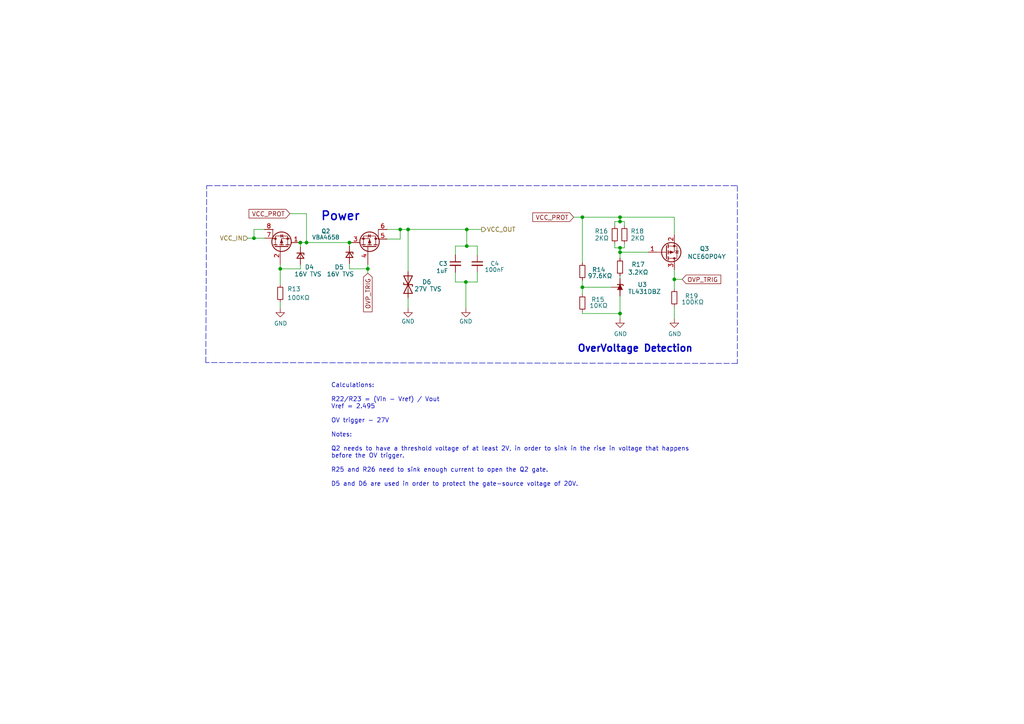
<source format=kicad_sch>
(kicad_sch (version 20211123) (generator eeschema)
  (paper "A4")
  (lib_symbols
    (symbol "Device:C_Small" (pin_numbers hide) (pin_names (offset 0.254) hide)
      (property "Reference" "C" (at 0.254 1.778 0))
      (property "Value" "C_Small" (at 0.254 -2.032 0))
      (symbol "C_Small_0_1"
        (polyline (pts (xy -1.524 -0.508) (xy 1.524 -0.508)) (stroke (width 0.3302)))
        (polyline (pts (xy -1.524 0.508) (xy 1.524 0.508)) (stroke (width 0.3048)))
      )
      (symbol "C_Small_1_1"
        (pin passive line (at 0 2.54 270) (length 2.032) (name "~") (number "1"))
        (pin passive line (at 0 -2.54 90) (length 2.032) (name "~") (number "2"))
      )
    )
    (symbol "Device:D_TVS" (pin_numbers hide) (pin_names (offset 1.016) hide)
      (property "Reference" "D" (at 0 2.54 0))
      (property "Value" "D_TVS" (at 0 -2.54 0))
      (symbol "D_TVS_0_1"
        (polyline (pts (xy 1.27 0) (xy -1.27 0)))
        (polyline (pts (xy 0.508 1.27) (xy 0 1.27) (xy 0 -1.27) (xy -0.508 -1.27)) (stroke (width 0.254)))
        (polyline (pts (xy -2.54 1.27) (xy -2.54 -1.27) (xy 2.54 1.27) (xy 2.54 -1.27) (xy -2.54 1.27)) (stroke (width 0.254)))
      )
      (symbol "D_TVS_1_1"
        (pin passive line (at -3.81 0 0) (length 2.54) (name "A1") (number "1"))
        (pin passive line (at 3.81 0 180) (length 2.54) (name "A2") (number "2"))
      )
    )
    (symbol "Device:D_Zener_Small" (pin_numbers hide) (pin_names (offset 0.254) hide)
      (property "Reference" "D" (at 0 2.286 0))
      (property "Value" "D_Zener_Small" (at 0 -2.286 0))
      (symbol "D_Zener_Small_0_1"
        (polyline (pts (xy 0.762 0) (xy -0.762 0)))
        (polyline (pts (xy -0.254 1.016) (xy -0.762 1.016) (xy -0.762 -1.016)) (stroke (width 0.254)))
        (polyline (pts (xy 0.762 1.016) (xy -0.762 0) (xy 0.762 -1.016) (xy 0.762 1.016)) (stroke (width 0.254)))
      )
      (symbol "D_Zener_Small_1_1"
        (pin passive line (at -2.54 0 0) (length 1.778) (name "K") (number "1"))
        (pin passive line (at 2.54 0 180) (length 1.778) (name "A") (number "2"))
      )
    )
    (symbol "Device:Q_PMOS_GSD" (pin_names (offset 0) hide)
      (property "Reference" "Q" (at 5.08 1.27 0))
      (property "Value" "Q_PMOS_GSD" (at 5.08 -1.27 0))
      (symbol "Q_PMOS_GSD_0_1"
        (polyline (pts (xy 0.254 0) (xy -2.54 0)))
        (polyline (pts (xy 0.254 1.905) (xy 0.254 -1.905)) (stroke (width 0.254)))
        (polyline (pts (xy 0.762 -1.27) (xy 0.762 -2.286)) (stroke (width 0.254)))
        (polyline (pts (xy 0.762 0.508) (xy 0.762 -0.508)) (stroke (width 0.254)))
        (polyline (pts (xy 0.762 2.286) (xy 0.762 1.27)) (stroke (width 0.254)))
        (polyline (pts (xy 2.54 2.54) (xy 2.54 1.778)))
        (polyline (pts (xy 2.54 -2.54) (xy 2.54 0) (xy 0.762 0)))
        (polyline (pts (xy 0.762 1.778) (xy 3.302 1.778) (xy 3.302 -1.778) (xy 0.762 -1.778)))
        (polyline (pts (xy 2.286 0) (xy 1.27 0.381) (xy 1.27 -0.381) (xy 2.286 0)) (fill (type outline)))
        (polyline (pts (xy 2.794 -0.508) (xy 2.921 -0.381) (xy 3.683 -0.381) (xy 3.81 -0.254)))
        (polyline (pts (xy 3.302 -0.381) (xy 2.921 0.254) (xy 3.683 0.254) (xy 3.302 -0.381)))
        (circle (center 1.651 0) (radius 2.794) (stroke (width 0.254)))
        (circle (center 2.54 -1.778) (radius 0.254) (fill (type outline)))
        (circle (center 2.54 1.778) (radius 0.254) (fill (type outline)))
      )
      (symbol "Q_PMOS_GSD_1_1"
        (pin input line (at -5.08 0 0) (length 2.54) (name "G") (number "1"))
        (pin passive line (at 2.54 -5.08 90) (length 2.54) (name "S") (number "2"))
        (pin passive line (at 2.54 5.08 270) (length 2.54) (name "D") (number "3"))
      )
    )
    (symbol "Device:R_Small" (pin_numbers hide) (pin_names (offset 0.254) hide)
      (property "Reference" "R" (at 0.762 0.508 0))
      (property "Value" "R_Small" (at 0.762 -1.016 0))
      (symbol "R_Small_0_1"
        (rectangle (start -0.762 1.778) (end 0.762 -1.778) (stroke (width 0.2032)))
      )
      (symbol "R_Small_1_1"
        (pin passive line (at 0 2.54 270) (length 0.762) (name "~") (number "1"))
        (pin passive line (at 0 -2.54 90) (length 0.762) (name "~") (number "2"))
      )
    )
    (symbol "Reference_Voltage:TL431DBZ" (pin_numbers hide) (pin_names hide)
      (property "Reference" "U" (at -2.54 2.54 0))
      (property "Value" "TL431DBZ" (at 0 -2.54 0))
      (symbol "TL431DBZ_0_1"
        (polyline (pts (xy -1.27 0) (xy 0 0) (xy 1.27 0)))
        (polyline (pts (xy -0.762 0.762) (xy 0.762 0) (xy -0.762 -0.762)) (fill (type outline)))
        (polyline (pts (xy 0.508 -1.016) (xy 0.762 -0.762) (xy 0.762 0.762) (xy 0.762 0.762)) (stroke (width 0.254)))
      )
      (symbol "TL431DBZ_1_1"
        (pin passive line (at 2.54 0 180) (length 2.54) (name "K") (number "1"))
        (pin passive line (at 0 2.54 270) (length 2.54) (name "REF") (number "2"))
        (pin passive line (at -2.54 0 0) (length 2.54) (name "A") (number "3"))
      )
    )
    (symbol "muVoxSyms:VBA4311" (pin_names (offset 0) hide)
      (property "Reference" "Q1" (at 13.081 5.461 0))
      (property "Value" "VBA4658" (at 13.208 3.302 0))
      (symbol "VBA4311_0_1"
        (circle (center -1.397 1.143) (radius 0.2794) (fill (type outline)))
        (polyline (pts (xy -2.159 1.143) (xy -1.397 1.143)))
        (polyline (pts (xy -2.159 3.683) (xy -2.159 1.143)))
        (polyline (pts (xy -1.905 -0.635) (xy -0.889 -0.635)) (stroke (width 0.254)))
        (polyline (pts (xy -1.397 -0.635) (xy -1.397 1.143)))
        (polyline (pts (xy -0.127 -0.635) (xy 0.889 -0.635)) (stroke (width 0.254)))
        (polyline (pts (xy 0.381 -0.635) (xy 0.381 1.143)))
        (polyline (pts (xy 1.651 -0.635) (xy 2.667 -0.635)) (stroke (width 0.254)))
        (polyline (pts (xy 2.159 -0.635) (xy 2.159 1.143)))
        (polyline (pts (xy 2.159 1.143) (xy 0.381 1.143)))
        (polyline (pts (xy 2.159 1.143) (xy 2.921 1.143)))
        (polyline (pts (xy -1.524 -1.143) (xy 2.286 -1.143) (xy 2.286 -1.143)) (stroke (width 0.254)))
        (polyline (pts (xy 0.381 0.889) (xy 0.762 -0.127) (xy 0 -0.127) (xy 0.381 0.889)) (fill (type outline)))
        (polyline (pts (xy 0.762 1.905) (xy 0.127 1.524) (xy 0.127 2.286) (xy 0.762 1.905)))
        (polyline (pts (xy 0.889 1.397) (xy 0.762 1.524) (xy 0.762 2.286) (xy 0.635 2.413)))
        (polyline (pts (xy 2.159 1.143) (xy 2.159 1.905) (xy -1.397 1.905) (xy -1.397 1.143)))
        (circle (center 0.381 0.254) (radius 2.8194) (stroke (width 0.254)))
        (circle (center 2.159 1.143) (radius 0.2794) (fill (type outline)))
      )
      (symbol "VBA4311_1_1"
        (polyline (pts (xy 24.13 -0.635) (xy 24.13 1.143)))
        (polyline (pts (xy 24.13 1.143) (xy 23.368 1.143)))
        (polyline (pts (xy 24.13 1.143) (xy 25.908 1.143)))
        (polyline (pts (xy 24.638 -0.635) (xy 23.622 -0.635)) (stroke (width 0.254)))
        (polyline (pts (xy 25.908 -0.635) (xy 25.908 1.143)))
        (polyline (pts (xy 26.416 -0.635) (xy 25.4 -0.635)) (stroke (width 0.254)))
        (polyline (pts (xy 27.686 -0.635) (xy 27.686 1.143)))
        (polyline (pts (xy 28.194 -0.635) (xy 27.178 -0.635)) (stroke (width 0.254)))
        (polyline (pts (xy 28.448 1.143) (xy 27.686 1.143)))
        (polyline (pts (xy 28.448 3.683) (xy 28.448 1.143)))
        (polyline (pts (xy 27.813 -1.143) (xy 24.003 -1.143) (xy 24.003 -1.143)) (stroke (width 0.254)))
        (polyline (pts (xy 24.13 1.143) (xy 24.13 1.905) (xy 27.686 1.905) (xy 27.686 1.143)))
        (polyline (pts (xy 25.4 1.397) (xy 25.527 1.524) (xy 25.527 2.286) (xy 25.654 2.413)))
        (polyline (pts (xy 25.527 1.905) (xy 26.162 1.524) (xy 26.162 2.286) (xy 25.527 1.905)))
        (polyline (pts (xy 25.908 0.889) (xy 25.527 -0.127) (xy 26.289 -0.127) (xy 25.908 0.889)) (fill (type outline)))
        (circle (center 24.13 1.143) (radius 0.2794) (fill (type outline)))
        (circle (center 25.908 0.254) (radius 2.8194) (stroke (width 0.254)))
        (circle (center 27.686 1.143) (radius 0.2794) (fill (type outline)))
        (pin passive line (at 5.842 0 180) (length 2.54) (name "S") (number "1"))
        (pin input line (at 0 -6.35 90) (length 5.08) (name "G") (number "2"))
        (pin passive line (at 20.574 0 0) (length 2.54) (name "S") (number "3"))
        (pin input line (at 25.4 -6.35 90) (length 5.08) (name "G") (number "4"))
        (pin passive line (at 30.988 1.016 180) (length 2.54) (name "D") (number "5"))
        (pin passive line (at 30.988 3.81 180) (length 2.54) (name "D") (number "6"))
        (pin passive line (at -4.572 1.27 0) (length 2.54) (name "D") (number "7"))
        (pin passive line (at -4.572 3.81 0) (length 2.54) (name "D") (number "8"))
      )
    )
    (symbol "power:GND" (power) (pin_names (offset 0))
      (property "Value" "GND" (at 0 -3.81 0))
      (symbol "GND_0_1"
        (polyline (pts (xy 0 0) (xy 0 -1.27) (xy 1.27 -1.27) (xy 0 -2.54) (xy -1.27 -1.27) (xy 0 -1.27)))
      )
      (symbol "GND_1_1"
        (pin power_in line (at 0 0 270) (length 0) hide (name "GND") (number "1"))
      )
    )
  )
  (junction (at 87.122 70.358))
  (junction (at 118.364 66.548))
  (junction (at 106.68 77.978))
  (junction (at 101.346 70.358))
  (junction (at 116.078 66.548))
  (junction (at 135.382 71.374))
  (junction (at 179.832 71.882))
  (junction (at 135.382 66.548))
  (junction (at 179.832 62.992))
  (junction (at 179.832 73.152))
  (junction (at 168.91 83.312))
  (junction (at 179.832 64.262))
  (junction (at 195.58 81.026))
  (junction (at 135.128 81.788))
  (junction (at 168.91 62.992))
  (junction (at 179.832 90.932))
  (junction (at 88.9 70.358))
  (junction (at 73.66 69.088))
  (junction (at 81.28 77.978))
  (wire (pts (xy 132.08 78.994) (xy 132.08 81.788)))
  (wire (pts (xy 179.832 73.152) (xy 187.96 73.152)))
  (polyline (pts (xy 213.868 53.848) (xy 213.868 105.41)))
  (wire (pts (xy 178.308 70.612) (xy 178.308 71.882)))
  (wire (pts (xy 178.308 64.262) (xy 178.308 65.532)))
  (wire (pts (xy 168.91 83.312) (xy 168.91 81.28)))
  (wire (pts (xy 179.832 73.152) (xy 179.832 74.93)))
  (wire (pts (xy 178.308 71.882) (xy 179.832 71.882)))
  (wire (pts (xy 87.122 70.358) (xy 87.122 71.628)))
  (wire (pts (xy 132.08 71.374) (xy 132.08 73.914)))
  (wire (pts (xy 101.346 77.978) (xy 101.346 76.454)))
  (wire (pts (xy 101.346 70.358) (xy 101.854 70.358)))
  (wire (pts (xy 179.832 64.262) (xy 181.102 64.262)))
  (wire (pts (xy 195.58 83.82) (xy 195.58 81.026)))
  (wire (pts (xy 166.37 62.992) (xy 168.91 62.992)))
  (wire (pts (xy 73.66 69.088) (xy 76.708 69.088)))
  (wire (pts (xy 132.08 71.374) (xy 135.382 71.374)))
  (wire (pts (xy 178.308 64.262) (xy 179.832 64.262)))
  (polyline (pts (xy 59.69 105.156) (xy 59.944 53.848)))
  (wire (pts (xy 138.43 81.788) (xy 135.128 81.788)))
  (wire (pts (xy 168.91 62.992) (xy 168.91 76.2)))
  (wire (pts (xy 106.68 77.978) (xy 106.68 79.248)))
  (wire (pts (xy 168.91 90.932) (xy 179.832 90.932)))
  (wire (pts (xy 179.832 62.992) (xy 179.832 64.262)))
  (wire (pts (xy 195.58 81.026) (xy 197.866 81.026)))
  (wire (pts (xy 179.832 71.882) (xy 181.102 71.882)))
  (wire (pts (xy 106.68 76.708) (xy 106.68 77.978)))
  (wire (pts (xy 87.122 77.978) (xy 87.122 76.708)))
  (wire (pts (xy 195.58 62.992) (xy 195.58 68.072)))
  (wire (pts (xy 81.28 76.708) (xy 81.28 77.978)))
  (wire (pts (xy 135.382 66.548) (xy 135.382 71.374)))
  (wire (pts (xy 101.346 71.374) (xy 101.346 70.358)))
  (wire (pts (xy 132.08 81.788) (xy 135.128 81.788)))
  (wire (pts (xy 112.268 66.548) (xy 116.078 66.548)))
  (wire (pts (xy 73.66 66.548) (xy 73.66 69.088)))
  (wire (pts (xy 118.364 66.548) (xy 116.078 66.548)))
  (wire (pts (xy 88.9 70.358) (xy 101.346 70.358)))
  (wire (pts (xy 177.292 83.312) (xy 168.91 83.312)))
  (polyline (pts (xy 122.809 53.848) (xy 213.868 53.848)))
  (wire (pts (xy 71.882 69.088) (xy 73.66 69.088)))
  (wire (pts (xy 135.382 66.548) (xy 139.7 66.548)))
  (wire (pts (xy 181.102 71.882) (xy 181.102 70.612)))
  (wire (pts (xy 116.078 69.342) (xy 112.268 69.342)))
  (wire (pts (xy 81.28 87.63) (xy 81.28 89.408)))
  (wire (pts (xy 84.074 61.976) (xy 88.9 61.976)))
  (wire (pts (xy 179.832 71.882) (xy 179.832 73.152)))
  (wire (pts (xy 181.102 64.262) (xy 181.102 65.532)))
  (wire (pts (xy 87.122 70.358) (xy 88.9 70.358)))
  (wire (pts (xy 138.43 71.374) (xy 138.43 73.914)))
  (wire (pts (xy 106.68 77.978) (xy 101.346 77.978)))
  (wire (pts (xy 195.58 88.9) (xy 195.58 92.456)))
  (wire (pts (xy 88.9 61.976) (xy 88.9 70.358)))
  (wire (pts (xy 168.91 83.312) (xy 168.91 85.344)))
  (wire (pts (xy 179.832 85.852) (xy 179.832 90.932)))
  (polyline (pts (xy 59.944 53.848) (xy 122.682 53.848)))
  (wire (pts (xy 135.128 81.788) (xy 135.128 89.408)))
  (wire (pts (xy 179.832 80.01) (xy 179.832 80.772)))
  (polyline (pts (xy 213.868 105.41) (xy 59.69 105.156)))
  (wire (pts (xy 118.364 89.408) (xy 118.364 86.36)))
  (wire (pts (xy 118.364 78.74) (xy 118.364 66.548)))
  (wire (pts (xy 168.91 62.992) (xy 179.832 62.992)))
  (wire (pts (xy 81.28 77.978) (xy 81.28 82.55)))
  (wire (pts (xy 116.078 66.548) (xy 116.078 69.342)))
  (wire (pts (xy 179.832 90.932) (xy 179.832 92.456)))
  (wire (pts (xy 81.28 77.978) (xy 87.122 77.978)))
  (wire (pts (xy 135.382 71.374) (xy 138.43 71.374)))
  (wire (pts (xy 168.91 90.424) (xy 168.91 90.932)))
  (wire (pts (xy 76.708 66.548) (xy 73.66 66.548)))
  (wire (pts (xy 195.58 81.026) (xy 195.58 78.232)))
  (wire (pts (xy 195.58 62.992) (xy 179.832 62.992)))
  (wire (pts (xy 138.43 78.994) (xy 138.43 81.788)))
  (wire (pts (xy 118.364 66.548) (xy 135.382 66.548)))
  (text "OverVoltage Detection" (at 167.386 102.362 0) (effects (font (size 2 2) (thickness 0.4) bold) (justify left bottom)))
  (text "Power" (at 92.964 64.262 0) (effects (font (size 2.5 2.5) (thickness 0.4) bold) (justify left bottom)))
  (text "Calculations:\n\nR22/R23 = (Vin - Vref) / Vout\nVref = 2.495\n\nOV trigger - 27V\n\nNotes:\n\nQ2 needs to have a threshold voltage of at least 2V, in order to sink in the rise in voltage that happens \nbefore the OV trigger.\n\nR25 and R26 need to sink enough current to open the Q2 gate.\n\nD5 and D6 are used in order to protect the gate-source voltage of 20V." (at 96.012 141.224 0) (effects (font (size 1.27 1.27)) (justify left bottom)))
  (global_label "OVP_TRIG" (shape input) (at 197.866 81.026 0) (property "Intersheet References" "${INTERSHEET_REFS}" (effects hide)))
  (global_label "VCC_PROT" (shape input) (at 84.074 61.976 180) (property "Intersheet References" "${INTERSHEET_REFS}" (effects hide)))
  (global_label "VCC_PROT" (shape input) (at 166.37 62.992 180) (property "Intersheet References" "${INTERSHEET_REFS}" (effects hide)))
  (global_label "OVP_TRIG" (shape input) (at 106.68 79.248 270) (property "Intersheet References" "${INTERSHEET_REFS}" (effects hide)))
  (hierarchical_label "VCC_OUT" (shape output) (at 139.7 66.548 0))
  (hierarchical_label "VCC_IN" (shape input) (at 71.882 69.088 180))
  (symbol (lib_id "muVoxSyms:VBA4311") (at 81.28 70.358 0) (unit 1)
    (property "Reference" "Q2" (at 94.488 67.056 0) (effects (font (size 1.2 1.2))))
    (property "Value" "VBA4658" (at 94.488 68.834 0) (effects (font (size 1.2 1.2))))
    (property "Footprint" "Package_SO:SO-8_3.9x4.9mm_P1.27mm" (effects hide))
    (property "LCSC" "C416242" (effects hide))
  )
  (symbol (lib_id "Device:R_Small") (at 179.832 77.47 0) (unit 1)
    (property "Reference" "R17" (at 183.134 76.708 0) (effects (justify left)))
    (property "Value" "3.2KΩ" (at 182.118 78.994 0) (effects (justify left)))
    (property "Footprint" "Resistor_SMD:R_0603_1608Metric" (effects hide))
    (property "LCSC" "C666977" (effects hide))
  )
  (symbol (lib_id "Device:R_Small") (at 195.58 86.36 180) (unit 1)
    (property "Reference" "R19" (at 198.628 85.852 0) (effects (justify right)))
    (property "Value" "100KΩ" (at 197.612 87.6299 0) (effects (justify right)))
    (property "Footprint" "Resistor_SMD:R_0603_1608Metric" (effects hide))
    (property "LCSC" "C2906980" (effects hide))
  )
  (symbol (lib_id "Device:D_Zener_Small") (at 87.122 74.168 270) (unit 1)
    (property "Reference" "D4" (at 88.392 77.47 90) (effects (justify left)))
    (property "Value" "16V TVS" (at 85.344 79.502 90) (effects (justify left)))
    (property "Footprint" "Diode_SMD:D_SOD-323" (effects hide))
    (property "Datasheet" "https://datasheet.lcsc.com/lcsc/1912111437_Shandong-Jingdao-Microelectronics-BZT52C16S_C353553.pdf" (effects hide))
    (property "LCSC" "C353553" (effects hide))
  )
  (symbol (lib_id "power:GND") (at 118.364 89.408 0) (unit 1)
    (property "Reference" "#PWR050" (effects hide))
    (property "Value" "GND" (at 120.269 93.218 0) (effects (font (size 1.2 1.2)) (justify right)))
  )
  (symbol (lib_id "Device:R_Small") (at 168.91 78.74 0) (unit 1)
    (property "Reference" "R14" (at 171.704 78.232 0) (effects (justify left)))
    (property "Value" "97.6KΩ" (at 170.434 80.0099 0) (effects (justify left)))
    (property "Footprint" "Resistor_SMD:R_0603_1608Metric" (effects hide))
    (property "LCSC" "C861608" (effects hide))
  )
  (symbol (lib_id "Device:C_Small") (at 132.08 76.454 0) (unit 1)
    (property "Reference" "C3" (at 129.794 76.454 0) (effects (font (size 1.2 1.2)) (justify right)))
    (property "Value" "1uF" (at 126.492 79.248 0) (effects (font (size 1.2 1.2)) (justify left bottom)))
    (property "Footprint" "Capacitor_SMD:C_0805_2012Metric" (effects hide))
    (property "LCSC" "C519978" (effects hide))
  )
  (symbol (lib_id "Device:C_Small") (at 138.43 76.454 0) (unit 1)
    (property "Reference" "C4" (at 144.78 76.454 0) (effects (font (size 1.2 1.2)) (justify right)))
    (property "Value" "100nF" (at 146.304 78.232 0) (effects (font (size 1.2 1.2)) (justify right)))
    (property "Footprint" "Capacitor_SMD:C_0603_1608Metric" (effects hide))
    (property "LCSC" "C30926" (effects hide))
  )
  (symbol (lib_id "Device:R_Small") (at 181.102 68.072 180) (unit 1)
    (property "Reference" "R18" (at 182.88 67.056 0) (effects (justify right)))
    (property "Value" "2KΩ" (at 182.88 69.088 0) (effects (justify right)))
    (property "Footprint" "Resistor_SMD:R_0603_1608Metric" (effects hide))
    (property "LCSC" "C2907022" (effects hide))
  )
  (symbol (lib_id "Device:Q_PMOS_GSD") (at 193.04 73.152 0) (mirror x) (unit 1)
    (property "Reference" "Q3" (at 202.946 72.136 0) (effects (justify left)))
    (property "Value" "NCE60P04Y" (at 199.39 74.4219 0) (effects (justify left)))
    (property "Footprint" "Package_TO_SOT_SMD:SOT-23" (effects hide))
    (property "LCSC" "C102608" (effects hide))
  )
  (symbol (lib_id "Device:R_Small") (at 81.28 85.09 0) (unit 1)
    (property "Reference" "R13" (at 83.312 83.8199 0) (effects (justify left)))
    (property "Value" "100KΩ" (at 83.312 86.3599 0) (effects (justify left)))
    (property "Footprint" "Resistor_SMD:R_0603_1608Metric" (effects hide))
    (property "LCSC" "C2906980" (effects hide))
  )
  (symbol (lib_id "Reference_Voltage:TL431DBZ") (at 179.832 83.312 90) (unit 1)
    (property "Reference" "U3" (at 184.912 82.55 90) (effects (justify right)))
    (property "Value" "TL431DBZ" (at 182.118 84.5819 90) (effects (justify right)))
    (property "Footprint" "Package_TO_SOT_SMD:SOT-23" (effects hide))
    (property "Datasheet" "http://www.ti.com/lit/ds/symlink/tl431.pdf" (effects hide))
    (property "LCSC" "C181103" (effects hide))
  )
  (symbol (lib_id "power:GND") (at 81.28 89.408 0) (unit 1)
    (property "Reference" "#PWR049" (effects hide))
    (property "Value" "GND" (at 81.407 93.8022 0) (effects (font (size 1.2 1.2))))
  )
  (symbol (lib_id "Device:D_Zener_Small") (at 101.346 73.914 270) (unit 1)
    (property "Reference" "D5" (at 97.028 77.47 90) (effects (justify left)))
    (property "Value" "16V TVS" (at 94.742 79.502 90) (effects (justify left)))
    (property "Footprint" "Diode_SMD:D_SOD-323" (effects hide))
    (property "Datasheet" "https://datasheet.lcsc.com/lcsc/1912111437_Shandong-Jingdao-Microelectronics-BZT52C16S_C353553.pdf" (effects hide))
    (property "LCSC" "C353553" (effects hide))
  )
  (symbol (lib_id "Device:D_TVS") (at 118.364 82.55 90) (unit 1)
    (property "Reference" "D6" (at 122.428 81.788 90) (effects (justify right)))
    (property "Value" "27V TVS" (at 120.142 83.82 90) (effects (justify right)))
    (property "Footprint" "Diode_SMD:D_SOD-523" (effects hide))
    (property "Datasheet" "https://datasheet.lcsc.com/lcsc/2003051103_Leiditech-SDA24T1_C490617.pdf" (effects hide))
    (property "LCSC" "C490617" (effects hide))
  )
  (symbol (lib_id "Device:R_Small") (at 168.91 87.884 0) (unit 1)
    (property "Reference" "R15" (at 171.45 86.868 0) (effects (justify left)))
    (property "Value" "10KΩ" (at 170.942 88.646 0) (effects (justify left)))
    (property "Footprint" "Resistor_SMD:R_0603_1608Metric" (effects hide))
    (property "LCSC" "C25804" (effects hide))
  )
  (symbol (lib_id "power:GND") (at 195.58 92.456 0) (unit 1)
    (property "Reference" "#PWR053" (effects hide))
    (property "Value" "GND" (at 195.707 96.8502 0) (effects (font (size 1.2 1.2))))
  )
  (symbol (lib_id "Device:R_Small") (at 178.308 68.072 180) (unit 1)
    (property "Reference" "R16" (at 172.466 67.056 0) (effects (justify right)))
    (property "Value" "2KΩ" (at 172.466 69.088 0) (effects (justify right)))
    (property "Footprint" "Resistor_SMD:R_0603_1608Metric" (effects hide))
    (property "LCSC" "C2907022" (effects hide))
  )
  (symbol (lib_id "power:GND") (at 179.832 92.456 0) (unit 1)
    (property "Reference" "#PWR052" (effects hide))
    (property "Value" "GND" (at 179.959 96.8502 0) (effects (font (size 1.2 1.2))))
  )
  (symbol (lib_id "power:GND") (at 135.128 89.408 0) (unit 1)
    (property "Reference" "#PWR051" (effects hide))
    (property "Value" "GND" (at 137.033 93.218 0) (effects (font (size 1.2 1.2)) (justify right)))
  )
)
</source>
